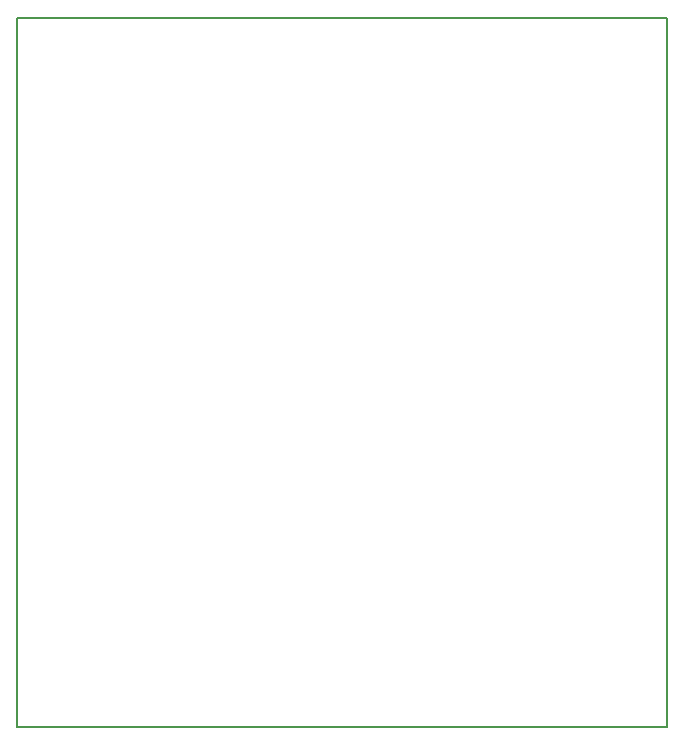
<source format=gbr>
%TF.GenerationSoftware,KiCad,Pcbnew,7.0.2-0*%
%TF.CreationDate,2023-05-30T13:58:50+02:00*%
%TF.ProjectId,Quest_EMG,51756573-745f-4454-9d47-2e6b69636164,rev?*%
%TF.SameCoordinates,Original*%
%TF.FileFunction,Profile,NP*%
%FSLAX46Y46*%
G04 Gerber Fmt 4.6, Leading zero omitted, Abs format (unit mm)*
G04 Created by KiCad (PCBNEW 7.0.2-0) date 2023-05-30 13:58:50*
%MOMM*%
%LPD*%
G01*
G04 APERTURE LIST*
%TA.AperFunction,Profile*%
%ADD10C,0.200000*%
%TD*%
G04 APERTURE END LIST*
D10*
X84570000Y-19020000D02*
X139570000Y-19020000D01*
X139570000Y-79020000D01*
X84570000Y-79020000D01*
X84570000Y-19020000D01*
M02*

</source>
